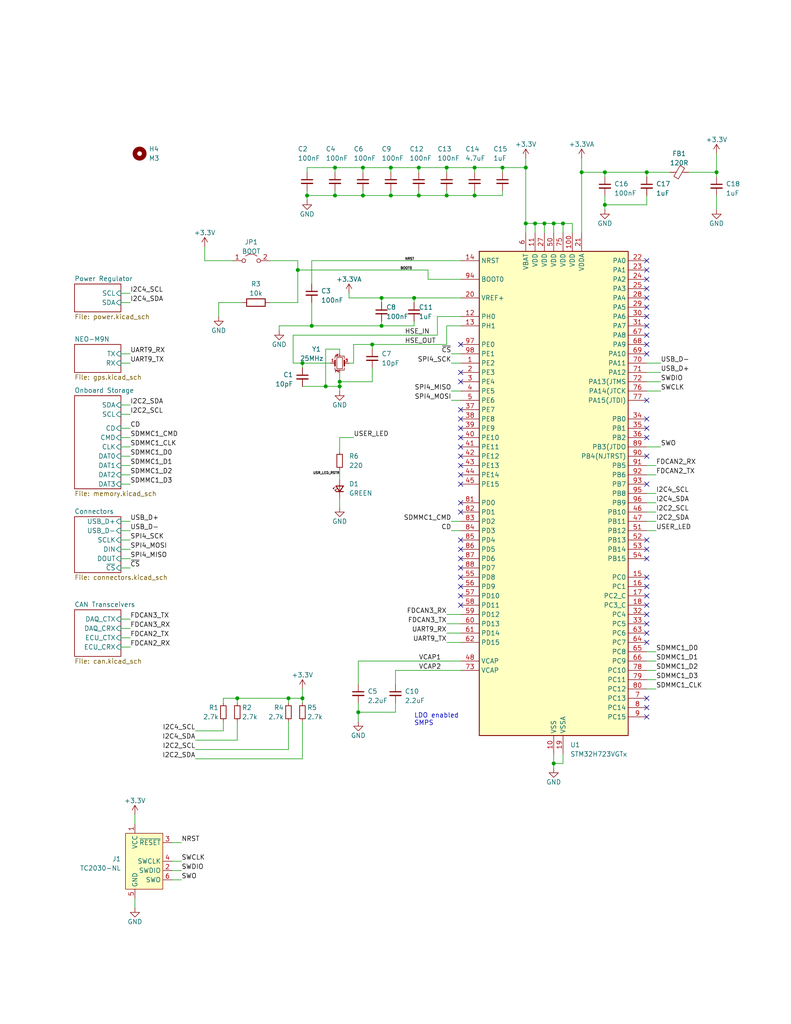
<source format=kicad_sch>
(kicad_sch (version 20231120) (generator "eeschema") (generator_version "8.0")
  (paper "USLetter" portrait)
  (title_block (title "SDM-24 Data Logger") (date "2024-01-20") (rev "v3.1") (company "Sun Devil Motorsports") (comment 1 "STM32H7 microcontroller circuitry"))
  (lib_symbols
    (symbol "Connector:Conn_ARM_SWD_TagConnect_TC2030-NL" (in_bom no)
      (property "Reference" "J" (at 2.54 11.43 0))
      (property "Value" "Conn_ARM_SWD_TagConnect_TC2030-NL" (at 2.54 8.89 0))
      (symbol "Conn_ARM_SWD_TagConnect_TC2030-NL_0_0"
        (pin power_in line (at -2.54 10.16 270) (length 2.54) (name "VCC") (number "1"))
        (pin bidirectional line (at 7.62 -2.54 180) (length 2.54) (name "SWDIO") (number "2"))
        (pin open_collector line (at 7.62 5.08 180) (length 2.54) (name "~{RESET}") (number "3"))
        (pin output line (at 7.62 0 180) (length 2.54) (name "SWCLK") (number "4"))
        (pin power_in line (at -2.54 -10.16 90) (length 2.54) (name "GND") (number "5"))
        (pin input line (at 7.62 -5.08 180) (length 2.54) (name "SWO") (number "6"))
      )
      (symbol "Conn_ARM_SWD_TagConnect_TC2030-NL_0_1"
        (rectangle (start -5.08 7.62) (end 5.08 -7.62) (fill (type background)))
      )
    )
    (symbol "Device:C_Small" (pin_numbers hide) (pin_names (offset 0.254) hide)
      (property "Reference" "C" (at 0.254 1.778 0))
      (property "Value" "C_Small" (at 0.254 -2.032 0))
      (symbol "C_Small_0_1"
        (polyline (pts (xy -1.524 -0.508) (xy 1.524 -0.508)) (stroke (width 0.3302)))
        (polyline (pts (xy -1.524 0.508) (xy 1.524 0.508)) (stroke (width 0.3048)))
      )
      (symbol "C_Small_1_1"
        (pin passive line (at 0 2.54 270) (length 2.032) (name "~") (number "1"))
        (pin passive line (at 0 -2.54 90) (length 2.032) (name "~") (number "2"))
      )
    )
    (symbol "Device:Crystal_GND24_Small" (pin_names (offset 1.016) hide)
      (property "Reference" "Y" (at 1.27 4.445 0))
      (property "Value" "Crystal_GND24_Small" (at 1.27 2.54 0))
      (symbol "Crystal_GND24_Small_0_1"
        (rectangle (start -0.762 -1.524) (end 0.762 1.524))
        (polyline (pts (xy -1.27 -0.762) (xy -1.27 0.762)) (stroke (width 0.381)))
        (polyline (pts (xy 1.27 -0.762) (xy 1.27 0.762)) (stroke (width 0.381)))
        (polyline (pts (xy -1.27 -1.27) (xy -1.27 -1.905) (xy 1.27 -1.905) (xy 1.27 -1.27)))
        (polyline (pts (xy -1.27 1.27) (xy -1.27 1.905) (xy 1.27 1.905) (xy 1.27 1.27)))
      )
      (symbol "Crystal_GND24_Small_1_1"
        (pin passive line (at -2.54 0 0) (length 1.27) (name "1") (number "1"))
        (pin passive line (at 0 -2.54 90) (length 0.635) (name "2") (number "2"))
        (pin passive line (at 2.54 0 180) (length 1.27) (name "3") (number "3"))
        (pin passive line (at 0 2.54 270) (length 0.635) (name "4") (number "4"))
      )
    )
    (symbol "Device:FerriteBead_Small" (pin_numbers hide) (pin_names (offset 0))
      (property "Reference" "FB" (at 1.905 1.27 0))
      (property "Value" "FerriteBead_Small" (at 1.905 -1.27 0))
      (symbol "FerriteBead_Small_0_1"
        (polyline (pts (xy 0 -1.27) (xy 0 -0.7874)))
        (polyline (pts (xy 0 0.889) (xy 0 1.2954)))
        (polyline (pts (xy -1.8288 0.2794) (xy -1.1176 1.4986) (xy 1.8288 -0.2032) (xy 1.1176 -1.4224) (xy -1.8288 0.2794)))
      )
      (symbol "FerriteBead_Small_1_1"
        (pin passive line (at 0 2.54 270) (length 1.27) (name "~") (number "1"))
        (pin passive line (at 0 -2.54 90) (length 1.27) (name "~") (number "2"))
      )
    )
    (symbol "Device:LED_Small" (pin_numbers hide) (pin_names (offset 0.254) hide)
      (property "Reference" "D" (at -1.27 3.175 0))
      (property "Value" "LED_Small" (at -4.445 -2.54 0))
      (symbol "LED_Small_0_1"
        (polyline (pts (xy -0.762 -1.016) (xy -0.762 1.016)) (stroke (width 0.254)))
        (polyline (pts (xy 1.016 0) (xy -0.762 0)))
        (polyline (pts (xy 0.762 -1.016) (xy -0.762 0) (xy 0.762 1.016) (xy 0.762 -1.016)) (stroke (width 0.254)))
        (polyline (pts (xy 0 0.762) (xy -0.508 1.27) (xy -0.254 1.27) (xy -0.508 1.27) (xy -0.508 1.016)))
        (polyline (pts (xy 0.508 1.27) (xy 0 1.778) (xy 0.254 1.778) (xy 0 1.778) (xy 0 1.524)))
      )
      (symbol "LED_Small_1_1"
        (pin passive line (at -2.54 0 0) (length 1.778) (name "K") (number "1"))
        (pin passive line (at 2.54 0 180) (length 1.778) (name "A") (number "2"))
      )
    )
    (symbol "Device:R" (pin_numbers hide) (pin_names (offset 0))
      (property "Reference" "R" (at 2.032 0 90))
      (property "Value" "R" (at 0 0 90))
      (symbol "R_0_1"
        (rectangle (start -1.016 -2.54) (end 1.016 2.54) (stroke (width 0.254)))
      )
      (symbol "R_1_1"
        (pin passive line (at 0 3.81 270) (length 1.27) (name "~") (number "1"))
        (pin passive line (at 0 -3.81 90) (length 1.27) (name "~") (number "2"))
      )
    )
    (symbol "Device:R_Small" (pin_numbers hide) (pin_names (offset 0.254) hide)
      (property "Reference" "R" (at 0.762 0.508 0))
      (property "Value" "R_Small" (at 0.762 -1.016 0))
      (symbol "R_Small_0_1"
        (rectangle (start -0.762 1.778) (end 0.762 -1.778) (stroke (width 0.2032)))
      )
      (symbol "R_Small_1_1"
        (pin passive line (at 0 2.54 270) (length 0.762) (name "~") (number "1"))
        (pin passive line (at 0 -2.54 90) (length 0.762) (name "~") (number "2"))
      )
    )
    (symbol "Jumper:Jumper_2_Open" (pin_names (offset 0) hide)
      (property "Reference" "JP" (at 0 2.794 0))
      (property "Value" "Jumper_2_Open" (at 0 -2.286 0))
      (symbol "Jumper_2_Open_0_0"
        (circle (center -2.032 0) (radius 0.508))
        (circle (center 2.032 0) (radius 0.508))
      )
      (symbol "Jumper_2_Open_0_1"
        (arc (start 1.524 1.27) (mid 0 1.778) (end -1.524 1.27))
      )
      (symbol "Jumper_2_Open_1_1"
        (pin passive line (at -5.08 0 0) (length 2.54) (name "A") (number "1"))
        (pin passive line (at 5.08 0 180) (length 2.54) (name "B") (number "2"))
      )
    )
    (symbol "MCU_ST_STM32H7:STM32H723VGTx"
      (property "Reference" "U" (at -20.32 67.31 0))
      (property "Value" "STM32H723VGTx" (at 10.16 67.31 0))
      (symbol "STM32H723VGTx_0_1"
        (rectangle (start -20.32 -66.04) (end 20.32 66.04) (stroke (width 0.254)) (fill (type background)))
      )
      (symbol "STM32H723VGTx_1_1"
        (pin bidirectional line (at -25.4 35.56 0) (length 5.08) (name "PE2") (number "1"))
        (pin power_in line (at 0 -71.12 90) (length 5.08) (name "VSS") (number "10"))
        (pin power_in line (at 5.08 71.12 270) (length 5.08) (name "VDD") (number "100"))
        (pin power_in line (at -5.08 71.12 270) (length 5.08) (name "VDD") (number "11"))
        (pin bidirectional line (at -25.4 48.26 0) (length 5.08) (name "PH0") (number "12"))
        (pin bidirectional line (at -25.4 45.72 0) (length 5.08) (name "PH1") (number "13"))
        (pin input line (at -25.4 63.5 0) (length 5.08) (name "NRST") (number "14"))
        (pin bidirectional line (at 25.4 -22.86 180) (length 5.08) (name "PC0") (number "15"))
        (pin bidirectional line (at 25.4 -25.4 180) (length 5.08) (name "PC1") (number "16"))
        (pin bidirectional line (at 25.4 -27.94 180) (length 5.08) (name "PC2_C") (number "17"))
        (pin bidirectional line (at 25.4 -30.48 180) (length 5.08) (name "PC3_C") (number "18"))
        (pin power_in line (at 2.54 -71.12 90) (length 5.08) (name "VSSA") (number "19"))
        (pin bidirectional line (at -25.4 33.02 0) (length 5.08) (name "PE3") (number "2"))
        (pin input line (at -25.4 53.34 0) (length 5.08) (name "VREF+") (number "20"))
        (pin power_in line (at 7.62 71.12 270) (length 5.08) (name "VDDA") (number "21"))
        (pin bidirectional line (at 25.4 63.5 180) (length 5.08) (name "PA0") (number "22"))
        (pin bidirectional line (at 25.4 60.96 180) (length 5.08) (name "PA1") (number "23"))
        (pin bidirectional line (at 25.4 58.42 180) (length 5.08) (name "PA2") (number "24"))
        (pin bidirectional line (at 25.4 55.88 180) (length 5.08) (name "PA3") (number "25"))
        (pin passive line (at 0 -71.12 90) (length 5.08) hide (name "VSS") (number "26"))
        (pin power_in line (at -2.54 71.12 270) (length 5.08) (name "VDD") (number "27"))
        (pin bidirectional line (at 25.4 53.34 180) (length 5.08) (name "PA4") (number "28"))
        (pin bidirectional line (at 25.4 50.8 180) (length 5.08) (name "PA5") (number "29"))
        (pin bidirectional line (at -25.4 30.48 0) (length 5.08) (name "PE4") (number "3"))
        (pin bidirectional line (at 25.4 48.26 180) (length 5.08) (name "PA6") (number "30"))
        (pin bidirectional line (at 25.4 45.72 180) (length 5.08) (name "PA7") (number "31"))
        (pin bidirectional line (at 25.4 -33.02 180) (length 5.08) (name "PC4") (number "32"))
        (pin bidirectional line (at 25.4 -35.56 180) (length 5.08) (name "PC5") (number "33"))
        (pin bidirectional line (at 25.4 20.32 180) (length 5.08) (name "PB0") (number "34"))
        (pin bidirectional line (at 25.4 17.78 180) (length 5.08) (name "PB1") (number "35"))
        (pin bidirectional line (at 25.4 15.24 180) (length 5.08) (name "PB2") (number "36"))
        (pin bidirectional line (at -25.4 22.86 0) (length 5.08) (name "PE7") (number "37"))
        (pin bidirectional line (at -25.4 20.32 0) (length 5.08) (name "PE8") (number "38"))
        (pin bidirectional line (at -25.4 17.78 0) (length 5.08) (name "PE9") (number "39"))
        (pin bidirectional line (at -25.4 27.94 0) (length 5.08) (name "PE5") (number "4"))
        (pin bidirectional line (at -25.4 15.24 0) (length 5.08) (name "PE10") (number "40"))
        (pin bidirectional line (at -25.4 12.7 0) (length 5.08) (name "PE11") (number "41"))
        (pin bidirectional line (at -25.4 10.16 0) (length 5.08) (name "PE12") (number "42"))
        (pin bidirectional line (at -25.4 7.62 0) (length 5.08) (name "PE13") (number "43"))
        (pin bidirectional line (at -25.4 5.08 0) (length 5.08) (name "PE14") (number "44"))
        (pin bidirectional line (at -25.4 2.54 0) (length 5.08) (name "PE15") (number "45"))
        (pin bidirectional line (at 25.4 -5.08 180) (length 5.08) (name "PB10") (number "46"))
        (pin bidirectional line (at 25.4 -7.62 180) (length 5.08) (name "PB11") (number "47"))
        (pin power_out line (at -25.4 -45.72 0) (length 5.08) (name "VCAP") (number "48"))
        (pin passive line (at 0 -71.12 90) (length 5.08) hide (name "VSS") (number "49"))
        (pin bidirectional line (at -25.4 25.4 0) (length 5.08) (name "PE6") (number "5"))
        (pin power_in line (at 0 71.12 270) (length 5.08) (name "VDD") (number "50"))
        (pin bidirectional line (at 25.4 -10.16 180) (length 5.08) (name "PB12") (number "51"))
        (pin bidirectional line (at 25.4 -12.7 180) (length 5.08) (name "PB13") (number "52"))
        (pin bidirectional line (at 25.4 -15.24 180) (length 5.08) (name "PB14") (number "53"))
        (pin bidirectional line (at 25.4 -17.78 180) (length 5.08) (name "PB15") (number "54"))
        (pin bidirectional line (at -25.4 -22.86 0) (length 5.08) (name "PD8") (number "55"))
        (pin bidirectional line (at -25.4 -25.4 0) (length 5.08) (name "PD9") (number "56"))
        (pin bidirectional line (at -25.4 -27.94 0) (length 5.08) (name "PD10") (number "57"))
        (pin bidirectional line (at -25.4 -30.48 0) (length 5.08) (name "PD11") (number "58"))
        (pin bidirectional line (at -25.4 -33.02 0) (length 5.08) (name "PD12") (number "59"))
        (pin power_in line (at -7.62 71.12 270) (length 5.08) (name "VBAT") (number "6"))
        (pin bidirectional line (at -25.4 -35.56 0) (length 5.08) (name "PD13") (number "60"))
        (pin bidirectional line (at -25.4 -38.1 0) (length 5.08) (name "PD14") (number "61"))
        (pin bidirectional line (at -25.4 -40.64 0) (length 5.08) (name "PD15") (number "62"))
        (pin bidirectional line (at 25.4 -38.1 180) (length 5.08) (name "PC6") (number "63"))
        (pin bidirectional line (at 25.4 -40.64 180) (length 5.08) (name "PC7") (number "64"))
        (pin bidirectional line (at 25.4 -43.18 180) (length 5.08) (name "PC8") (number "65"))
        (pin bidirectional line (at 25.4 -45.72 180) (length 5.08) (name "PC9") (number "66"))
        (pin bidirectional line (at 25.4 43.18 180) (length 5.08) (name "PA8") (number "67"))
        (pin bidirectional line (at 25.4 40.64 180) (length 5.08) (name "PA9") (number "68"))
        (pin bidirectional line (at 25.4 38.1 180) (length 5.08) (name "PA10") (number "69"))
        (pin bidirectional line (at 25.4 -55.88 180) (length 5.08) (name "PC13") (number "7"))
        (pin bidirectional line (at 25.4 35.56 180) (length 5.08) (name "PA11") (number "70"))
        (pin bidirectional line (at 25.4 33.02 180) (length 5.08) (name "PA12") (number "71"))
        (pin bidirectional line (at 25.4 30.48 180) (length 5.08) (name "PA13(JTMS") (number "72"))
        (pin power_out line (at -25.4 -48.26 0) (length 5.08) (name "VCAP") (number "73"))
        (pin passive line (at 0 -71.12 90) (length 5.08) hide (name "VSS") (number "74"))
        (pin power_in line (at 2.54 71.12 270) (length 5.08) (name "VDD") (number "75"))
        (pin bidirectional line (at 25.4 27.94 180) (length 5.08) (name "PA14(JTCK") (number "76"))
        (pin bidirectional line (at 25.4 25.4 180) (length 5.08) (name "PA15(JTDI)") (number "77"))
        (pin bidirectional line (at 25.4 -48.26 180) (length 5.08) (name "PC10") (number "78"))
        (pin bidirectional line (at 25.4 -50.8 180) (length 5.08) (name "PC11") (number "79"))
        (pin bidirectional line (at 25.4 -58.42 180) (length 5.08) (name "PC14") (number "8"))
        (pin bidirectional line (at 25.4 -53.34 180) (length 5.08) (name "PC12") (number "80"))
        (pin bidirectional line (at -25.4 -2.54 0) (length 5.08) (name "PD0") (number "81"))
        (pin bidirectional line (at -25.4 -5.08 0) (length 5.08) (name "PD1") (number "82"))
        (pin bidirectional line (at -25.4 -7.62 0) (length 5.08) (name "PD2") (number "83"))
        (pin bidirectional line (at -25.4 -10.16 0) (length 5.08) (name "PD3") (number "84"))
        (pin bidirectional line (at -25.4 -12.7 0) (length 5.08) (name "PD4") (number "85"))
        (pin bidirectional line (at -25.4 -15.24 0) (length 5.08) (name "PD5") (number "86"))
        (pin bidirectional line (at -25.4 -17.78 0) (length 5.08) (name "PD6") (number "87"))
        (pin bidirectional line (at -25.4 -20.32 0) (length 5.08) (name "PD7") (number "88"))
        (pin bidirectional line (at 25.4 12.7 180) (length 5.08) (name "PB3(JTDO") (number "89"))
        (pin bidirectional line (at 25.4 -60.96 180) (length 5.08) (name "PC15") (number "9"))
        (pin bidirectional line (at 25.4 10.16 180) (length 5.08) (name "PB4(NJTRST)") (number "90"))
        (pin bidirectional line (at 25.4 7.62 180) (length 5.08) (name "PB5") (number "91"))
        (pin bidirectional line (at 25.4 5.08 180) (length 5.08) (name "PB6") (number "92"))
        (pin bidirectional line (at 25.4 2.54 180) (length 5.08) (name "PB7") (number "93"))
        (pin input line (at -25.4 58.42 0) (length 5.08) (name "BOOT0") (number "94"))
        (pin bidirectional line (at 25.4 0 180) (length 5.08) (name "PB8") (number "95"))
        (pin bidirectional line (at 25.4 -2.54 180) (length 5.08) (name "PB9") (number "96"))
        (pin bidirectional line (at -25.4 40.64 0) (length 5.08) (name "PE0") (number "97"))
        (pin bidirectional line (at -25.4 38.1 0) (length 5.08) (name "PE1") (number "98"))
        (pin passive line (at 0 -71.12 90) (length 5.08) hide (name "VSS") (number "99"))
      )
    )
    (symbol "Mechanical:MountingHole" (pin_names (offset 1.016))
      (property "Reference" "H" (at 0 5.08 0))
      (property "Value" "MountingHole" (at 0 3.175 0))
      (symbol "MountingHole_0_1"
        (circle (center 0 0) (radius 1.27) (stroke (width 1.27)))
      )
    )
    (symbol "power:+3.3V" (power) (pin_names (offset 0))
      (property "Value" "+3.3V" (at 0 3.556 0))
      (symbol "+3.3V_0_1"
        (polyline (pts (xy -0.762 1.27) (xy 0 2.54)))
        (polyline (pts (xy 0 0) (xy 0 2.54)))
        (polyline (pts (xy 0 2.54) (xy 0.762 1.27)))
      )
      (symbol "+3.3V_1_1"
        (pin power_in line (at 0 0 90) (length 0) hide (name "+3.3V") (number "1"))
      )
    )
    (symbol "power:+3.3VA" (power) (pin_names (offset 0))
      (property "Value" "+3.3VA" (at 0 3.556 0))
      (symbol "+3.3VA_0_1"
        (polyline (pts (xy -0.762 1.27) (xy 0 2.54)))
        (polyline (pts (xy 0 0) (xy 0 2.54)))
        (polyline (pts (xy 0 2.54) (xy 0.762 1.27)))
      )
      (symbol "+3.3VA_1_1"
        (pin power_in line (at 0 0 90) (length 0) hide (name "+3.3VA") (number "1"))
      )
    )
    (symbol "power:GND" (power) (pin_names (offset 0))
      (property "Value" "GND" (at 0 -3.81 0))
      (symbol "GND_0_1"
        (polyline (pts (xy 0 0) (xy 0 -1.27) (xy 1.27 -1.27) (xy 0 -2.54) (xy -1.27 -1.27) (xy 0 -1.27)))
      )
      (symbol "GND_1_1"
        (pin power_in line (at 0 0 270) (length 0) hide (name "GND") (number "1"))
      )
    )
  )
  (junction (at 83.82 53.34))
  (junction (at 113.03 81.28))
  (junction (at 85.09 88.9))
  (junction (at 148.59 60.96))
  (junction (at 99.06 53.34))
  (junction (at 104.14 81.28))
  (junction (at 121.92 45.72))
  (junction (at 137.16 45.72))
  (junction (at 88.9 105.41))
  (junction (at 64.77 190.5))
  (junction (at 92.71 105.41))
  (junction (at 78.74 190.5))
  (junction (at 143.51 45.72))
  (junction (at 153.67 60.96))
  (junction (at 101.6 93.98))
  (junction (at 91.44 45.72))
  (junction (at 129.54 45.72))
  (junction (at 81.28 73.66))
  (junction (at 165.1 55.88))
  (junction (at 176.53 46.99))
  (junction (at 99.06 45.72))
  (junction (at 121.92 53.34))
  (junction (at 104.14 88.9))
  (junction (at 151.13 60.96))
  (junction (at 106.68 45.72))
  (junction (at 82.55 99.06))
  (junction (at 129.54 53.34))
  (junction (at 92.71 104.14))
  (junction (at 82.55 190.5))
  (junction (at 143.51 60.96))
  (junction (at 114.3 53.34))
  (junction (at 165.1 46.99))
  (junction (at 97.79 194.31))
  (junction (at 106.68 53.34))
  (junction (at 114.3 45.72))
  (junction (at 146.05 60.96))
  (junction (at 158.75 46.99))
  (junction (at 195.58 46.99))
  (junction (at 151.13 208.28))
  (junction (at 91.44 53.34))
  (no_connect (at 125.73 157.48))
  (no_connect (at 125.73 149.86))
  (no_connect (at 176.53 96.52))
  (no_connect (at 176.53 170.18))
  (no_connect (at 176.53 88.9))
  (no_connect (at 176.53 116.84))
  (no_connect (at 176.53 157.48))
  (no_connect (at 125.73 93.98))
  (no_connect (at 125.73 139.7))
  (no_connect (at 125.73 162.56))
  (no_connect (at 176.53 83.82))
  (no_connect (at 125.73 116.84))
  (no_connect (at 125.73 127))
  (no_connect (at 176.53 147.32))
  (no_connect (at 176.53 81.28))
  (no_connect (at 176.53 71.12))
  (no_connect (at 176.53 152.4))
  (no_connect (at 125.73 160.02))
  (no_connect (at 125.73 129.54))
  (no_connect (at 176.53 190.5))
  (no_connect (at 176.53 193.04))
  (no_connect (at 125.73 111.76))
  (no_connect (at 176.53 195.58))
  (no_connect (at 176.53 86.36))
  (no_connect (at 176.53 160.02))
  (no_connect (at 176.53 132.08))
  (no_connect (at 176.53 91.44))
  (no_connect (at 176.53 172.72))
  (no_connect (at 176.53 73.66))
  (no_connect (at 176.53 78.74))
  (no_connect (at 125.73 147.32))
  (no_connect (at 125.73 165.1))
  (no_connect (at 176.53 76.2))
  (no_connect (at 176.53 167.64))
  (no_connect (at 125.73 104.14))
  (no_connect (at 125.73 152.4))
  (no_connect (at 176.53 149.86))
  (no_connect (at 125.73 154.94))
  (no_connect (at 125.73 101.6))
  (no_connect (at 176.53 93.98))
  (no_connect (at 176.53 162.56))
  (no_connect (at 176.53 119.38))
  (no_connect (at 176.53 109.22))
  (no_connect (at 125.73 132.08))
  (no_connect (at 176.53 114.3))
  (no_connect (at 125.73 119.38))
  (no_connect (at 176.53 124.46))
  (no_connect (at 125.73 124.46))
  (no_connect (at 176.53 165.1))
  (no_connect (at 125.73 137.16))
  (no_connect (at 125.73 114.3))
  (no_connect (at 176.53 175.26))
  (no_connect (at 125.73 121.92))
  (wire (pts (xy 146.05 60.96) (xy 143.51 60.96)))
  (wire (pts (xy 123.19 99.06) (xy 125.73 99.06)))
  (wire (pts (xy 129.54 52.07) (xy 129.54 53.34)))
  (wire (pts (xy 33.02 96.52) (xy 35.56 96.52)))
  (wire (pts (xy 123.19 106.68) (xy 125.73 106.68)))
  (wire (pts (xy 143.51 43.18) (xy 143.51 45.72)))
  (wire (pts (xy 33.02 144.78) (xy 35.56 144.78)))
  (wire (pts (xy 80.01 91.44) (xy 119.38 91.44)))
  (wire (pts (xy 53.34 201.93) (xy 64.77 201.93)))
  (wire (pts (xy 82.55 99.06) (xy 82.55 100.33)))
  (wire (pts (xy 137.16 53.34) (xy 129.54 53.34)))
  (wire (pts (xy 81.28 73.66) (xy 81.28 71.12)))
  (wire (pts (xy 91.44 45.72) (xy 99.06 45.72)))
  (wire (pts (xy 129.54 46.99) (xy 129.54 45.72)))
  (wire (pts (xy 97.79 180.34) (xy 125.73 180.34)))
  (wire (pts (xy 176.53 129.54) (xy 179.07 129.54)))
  (wire (pts (xy 101.6 93.98) (xy 121.92 93.98)))
  (wire (pts (xy 176.53 106.68) (xy 180.34 106.68)))
  (wire (pts (xy 187.96 46.99) (xy 195.58 46.99)))
  (wire (pts (xy 153.67 60.96) (xy 151.13 60.96)))
  (wire (pts (xy 33.02 119.38) (xy 35.56 119.38)))
  (wire (pts (xy 95.25 81.28) (xy 104.14 81.28)))
  (wire (pts (xy 176.53 99.06) (xy 180.34 99.06)))
  (wire (pts (xy 116.84 76.2) (xy 116.84 73.66)))
  (wire (pts (xy 36.83 245.11) (xy 36.83 247.65)))
  (wire (pts (xy 33.02 127) (xy 35.56 127)))
  (wire (pts (xy 33.02 171.45) (xy 35.56 171.45)))
  (wire (pts (xy 83.82 52.07) (xy 83.82 53.34)))
  (wire (pts (xy 104.14 81.28) (xy 104.14 82.55)))
  (wire (pts (xy 114.3 45.72) (xy 121.92 45.72)))
  (wire (pts (xy 176.53 53.34) (xy 176.53 55.88)))
  (wire (pts (xy 59.69 82.55) (xy 59.69 86.36)))
  (wire (pts (xy 46.99 234.95) (xy 49.53 234.95)))
  (wire (pts (xy 106.68 45.72) (xy 114.3 45.72)))
  (wire (pts (xy 46.99 229.87) (xy 49.53 229.87)))
  (wire (pts (xy 91.44 52.07) (xy 91.44 53.34)))
  (wire (pts (xy 97.79 191.77) (xy 97.79 194.31)))
  (wire (pts (xy 33.02 176.53) (xy 35.56 176.53)))
  (wire (pts (xy 101.6 104.14) (xy 92.71 104.14)))
  (wire (pts (xy 96.52 93.98) (xy 101.6 93.98)))
  (wire (pts (xy 36.83 222.25) (xy 36.83 224.79)))
  (wire (pts (xy 33.02 82.55) (xy 35.56 82.55)))
  (wire (pts (xy 165.1 48.26) (xy 165.1 46.99)))
  (wire (pts (xy 125.73 88.9) (xy 121.92 88.9)))
  (wire (pts (xy 33.02 99.06) (xy 35.56 99.06)))
  (wire (pts (xy 156.21 63.5) (xy 156.21 60.96)))
  (wire (pts (xy 91.44 53.34) (xy 99.06 53.34)))
  (wire (pts (xy 81.28 82.55) (xy 73.66 82.55)))
  (wire (pts (xy 97.79 186.69) (xy 97.79 180.34)))
  (wire (pts (xy 80.01 99.06) (xy 82.55 99.06)))
  (wire (pts (xy 33.02 173.99) (xy 35.56 173.99)))
  (wire (pts (xy 92.71 119.38) (xy 96.52 119.38)))
  (wire (pts (xy 99.06 45.72) (xy 106.68 45.72)))
  (wire (pts (xy 82.55 207.01) (xy 53.34 207.01)))
  (wire (pts (xy 151.13 63.5) (xy 151.13 60.96)))
  (wire (pts (xy 165.1 46.99) (xy 158.75 46.99)))
  (wire (pts (xy 101.6 93.98) (xy 101.6 95.25)))
  (wire (pts (xy 59.69 82.55) (xy 66.04 82.55)))
  (wire (pts (xy 176.53 180.34) (xy 179.07 180.34)))
  (wire (pts (xy 64.77 201.93) (xy 64.77 196.85)))
  (wire (pts (xy 113.03 88.9) (xy 104.14 88.9)))
  (wire (pts (xy 92.71 104.14) (xy 92.71 105.41)))
  (wire (pts (xy 125.73 182.88) (xy 107.95 182.88)))
  (wire (pts (xy 53.34 204.47) (xy 78.74 204.47)))
  (wire (pts (xy 114.3 46.99) (xy 114.3 45.72)))
  (wire (pts (xy 85.09 71.12) (xy 85.09 77.47)))
  (wire (pts (xy 33.02 132.08) (xy 35.56 132.08)))
  (wire (pts (xy 85.09 71.12) (xy 125.73 71.12)))
  (wire (pts (xy 33.02 116.84) (xy 35.56 116.84)))
  (wire (pts (xy 95.25 81.28) (xy 95.25 80.01)))
  (wire (pts (xy 92.71 135.89) (xy 92.71 138.43)))
  (wire (pts (xy 121.92 53.34) (xy 114.3 53.34)))
  (wire (pts (xy 80.01 91.44) (xy 80.01 99.06)))
  (wire (pts (xy 121.92 172.72) (xy 125.73 172.72)))
  (wire (pts (xy 106.68 46.99) (xy 106.68 45.72)))
  (wire (pts (xy 143.51 60.96) (xy 143.51 63.5)))
  (wire (pts (xy 113.03 81.28) (xy 113.03 82.55)))
  (wire (pts (xy 176.53 134.62) (xy 179.07 134.62)))
  (wire (pts (xy 123.19 144.78) (xy 125.73 144.78)))
  (wire (pts (xy 121.92 53.34) (xy 129.54 53.34)))
  (wire (pts (xy 104.14 87.63) (xy 104.14 88.9)))
  (wire (pts (xy 96.52 99.06) (xy 96.52 93.98)))
  (wire (pts (xy 92.71 101.6) (xy 92.71 104.14)))
  (wire (pts (xy 64.77 191.77) (xy 64.77 190.5)))
  (wire (pts (xy 176.53 48.26) (xy 176.53 46.99)))
  (wire (pts (xy 55.88 71.12) (xy 63.5 71.12)))
  (wire (pts (xy 153.67 63.5) (xy 153.67 60.96)))
  (wire (pts (xy 60.96 190.5) (xy 64.77 190.5)))
  (wire (pts (xy 176.53 55.88) (xy 165.1 55.88)))
  (wire (pts (xy 92.71 128.27) (xy 92.71 130.81)))
  (wire (pts (xy 176.53 101.6) (xy 180.34 101.6)))
  (wire (pts (xy 64.77 190.5) (xy 78.74 190.5)))
  (wire (pts (xy 121.92 46.99) (xy 121.92 45.72)))
  (wire (pts (xy 123.19 109.22) (xy 125.73 109.22)))
  (wire (pts (xy 92.71 105.41) (xy 92.71 106.68)))
  (wire (pts (xy 113.03 81.28) (xy 125.73 81.28)))
  (wire (pts (xy 97.79 194.31) (xy 97.79 196.85)))
  (wire (pts (xy 158.75 46.99) (xy 158.75 63.5)))
  (wire (pts (xy 33.02 168.91) (xy 35.56 168.91)))
  (wire (pts (xy 119.38 86.36) (xy 119.38 91.44)))
  (wire (pts (xy 82.55 196.85) (xy 82.55 207.01)))
  (wire (pts (xy 88.9 105.41) (xy 92.71 105.41)))
  (wire (pts (xy 114.3 53.34) (xy 106.68 53.34)))
  (wire (pts (xy 107.95 191.77) (xy 107.95 194.31)))
  (wire (pts (xy 176.53 142.24) (xy 179.07 142.24)))
  (wire (pts (xy 83.82 45.72) (xy 91.44 45.72)))
  (wire (pts (xy 165.1 46.99) (xy 176.53 46.99)))
  (wire (pts (xy 165.1 53.34) (xy 165.1 55.88)))
  (wire (pts (xy 82.55 187.96) (xy 82.55 190.5)))
  (wire (pts (xy 33.02 110.49) (xy 35.56 110.49)))
  (wire (pts (xy 176.53 104.14) (xy 180.34 104.14)))
  (wire (pts (xy 95.25 99.06) (xy 96.52 99.06)))
  (wire (pts (xy 81.28 71.12) (xy 73.66 71.12)))
  (wire (pts (xy 76.2 88.9) (xy 85.09 88.9)))
  (wire (pts (xy 81.28 73.66) (xy 116.84 73.66)))
  (wire (pts (xy 83.82 46.99) (xy 83.82 45.72)))
  (wire (pts (xy 158.75 43.18) (xy 158.75 46.99)))
  (wire (pts (xy 176.53 182.88) (xy 179.07 182.88)))
  (wire (pts (xy 176.53 121.92) (xy 180.34 121.92)))
  (wire (pts (xy 195.58 41.91) (xy 195.58 46.99)))
  (wire (pts (xy 121.92 45.72) (xy 129.54 45.72)))
  (wire (pts (xy 107.95 194.31) (xy 97.79 194.31)))
  (wire (pts (xy 121.92 170.18) (xy 125.73 170.18)))
  (wire (pts (xy 33.02 154.94) (xy 35.56 154.94)))
  (wire (pts (xy 165.1 55.88) (xy 165.1 57.15)))
  (wire (pts (xy 55.88 71.12) (xy 55.88 67.31)))
  (wire (pts (xy 123.19 96.52) (xy 125.73 96.52)))
  (wire (pts (xy 33.02 147.32) (xy 35.56 147.32)))
  (wire (pts (xy 33.02 124.46) (xy 35.56 124.46)))
  (wire (pts (xy 33.02 113.03) (xy 35.56 113.03)))
  (wire (pts (xy 123.19 142.24) (xy 125.73 142.24)))
  (wire (pts (xy 195.58 53.34) (xy 195.58 57.15)))
  (wire (pts (xy 151.13 205.74) (xy 151.13 208.28)))
  (wire (pts (xy 92.71 95.25) (xy 88.9 95.25)))
  (wire (pts (xy 156.21 60.96) (xy 153.67 60.96)))
  (wire (pts (xy 46.99 237.49) (xy 49.53 237.49)))
  (wire (pts (xy 176.53 144.78) (xy 179.07 144.78)))
  (wire (pts (xy 101.6 100.33) (xy 101.6 104.14)))
  (wire (pts (xy 125.73 86.36) (xy 119.38 86.36)))
  (wire (pts (xy 176.53 46.99) (xy 182.88 46.99)))
  (wire (pts (xy 137.16 52.07) (xy 137.16 53.34)))
  (wire (pts (xy 148.59 60.96) (xy 146.05 60.96)))
  (wire (pts (xy 176.53 139.7) (xy 179.07 139.7)))
  (wire (pts (xy 146.05 63.5) (xy 146.05 60.96)))
  (wire (pts (xy 60.96 191.77) (xy 60.96 190.5)))
  (wire (pts (xy 83.82 53.34) (xy 91.44 53.34)))
  (wire (pts (xy 176.53 127) (xy 179.07 127)))
  (wire (pts (xy 151.13 60.96) (xy 148.59 60.96)))
  (wire (pts (xy 33.02 149.86) (xy 35.56 149.86)))
  (wire (pts (xy 121.92 88.9) (xy 121.92 93.98)))
  (wire (pts (xy 53.34 199.39) (xy 60.96 199.39)))
  (wire (pts (xy 114.3 52.07) (xy 114.3 53.34)))
  (wire (pts (xy 151.13 208.28) (xy 151.13 209.55)))
  (wire (pts (xy 176.53 177.8) (xy 179.07 177.8)))
  (wire (pts (xy 78.74 190.5) (xy 82.55 190.5)))
  (wire (pts (xy 104.14 81.28) (xy 113.03 81.28)))
  (wire (pts (xy 116.84 76.2) (xy 125.73 76.2)))
  (wire (pts (xy 78.74 196.85) (xy 78.74 204.47)))
  (wire (pts (xy 129.54 45.72) (xy 137.16 45.72)))
  (wire (pts (xy 121.92 52.07) (xy 121.92 53.34)))
  (wire (pts (xy 113.03 87.63) (xy 113.03 88.9)))
  (wire (pts (xy 153.67 205.74) (xy 153.67 208.28)))
  (wire (pts (xy 176.53 185.42) (xy 179.07 185.42)))
  (wire (pts (xy 76.2 88.9) (xy 76.2 90.17)))
  (wire (pts (xy 195.58 46.99) (xy 195.58 48.26)))
  (wire (pts (xy 33.02 129.54) (xy 35.56 129.54)))
  (wire (pts (xy 81.28 73.66) (xy 81.28 82.55)))
  (wire (pts (xy 176.53 137.16) (xy 179.07 137.16)))
  (wire (pts (xy 60.96 199.39) (xy 60.96 196.85)))
  (wire (pts (xy 92.71 123.19) (xy 92.71 119.38)))
  (wire (pts (xy 153.67 208.28) (xy 151.13 208.28)))
  (wire (pts (xy 33.02 142.24) (xy 35.56 142.24)))
  (wire (pts (xy 107.95 182.88) (xy 107.95 186.69)))
  (wire (pts (xy 33.02 80.01) (xy 35.56 80.01)))
  (wire (pts (xy 78.74 191.77) (xy 78.74 190.5)))
  (wire (pts (xy 99.06 53.34) (xy 106.68 53.34)))
  (wire (pts (xy 88.9 95.25) (xy 88.9 105.41)))
  (wire (pts (xy 85.09 88.9) (xy 104.14 88.9)))
  (wire (pts (xy 137.16 45.72) (xy 137.16 46.99)))
  (wire (pts (xy 82.55 99.06) (xy 90.17 99.06)))
  (wire (pts (xy 137.16 45.72) (xy 143.51 45.72)))
  (wire (pts (xy 91.44 46.99) (xy 91.44 45.72)))
  (wire (pts (xy 121.92 167.64) (xy 125.73 167.64)))
  (wire (pts (xy 92.71 96.52) (xy 92.71 95.25)))
  (wire (pts (xy 99.06 52.07) (xy 99.06 53.34)))
  (wire (pts (xy 121.92 175.26) (xy 125.73 175.26)))
  (wire (pts (xy 148.59 63.5) (xy 148.59 60.96)))
  (wire (pts (xy 143.51 45.72) (xy 143.51 60.96)))
  (wire (pts (xy 176.53 187.96) (xy 179.07 187.96)))
  (wire (pts (xy 83.82 53.34) (xy 83.82 54.61)))
  (wire (pts (xy 106.68 52.07) (xy 106.68 53.34)))
  (wire (pts (xy 46.99 240.03) (xy 49.53 240.03)))
  (wire (pts (xy 99.06 46.99) (xy 99.06 45.72)))
  (wire (pts (xy 82.55 105.41) (xy 88.9 105.41)))
  (wire (pts (xy 33.02 152.4) (xy 35.56 152.4)))
  (wire (pts (xy 85.09 88.9) (xy 85.09 82.55)))
  (wire (pts (xy 33.02 121.92) (xy 35.56 121.92)))
  (wire (pts (xy 82.55 190.5) (xy 82.55 191.77)))
  (text "LDO enabled\nSMPS" (at 113.03 198.12 0) (effects (font (size 1.27 1.27)) (justify left bottom)))
  (label "USER_LED" (at 96.52 119.38 0))
  (label "SPI4_MOSI" (at 123.19 109.22 180))
  (label "SPI4_MOSI" (at 35.56 149.86 0))
  (label "SWCLK" (at 49.53 234.95 0))
  (label "SPI4_SCK" (at 123.19 99.06 180))
  (label "FDCAN2_RX" (at 179.07 127 0))
  (label "SDMMC1_D2" (at 179.07 182.88 0))
  (label "CD" (at 35.56 116.84 0))
  (label "BOOT0" (at 109.22 73.66 0) (effects (font (size 0.65 0.65))))
  (label "FDCAN2_TX" (at 35.56 173.99 0))
  (label "SDMMC1_D3" (at 35.56 132.08 0))
  (label "I2C2_SCL" (at 35.56 113.03 0))
  (label "USB_D+" (at 35.56 142.24 0))
  (label "SDMMC1_CLK" (at 35.56 121.92 0))
  (label "FDCAN2_RX" (at 35.56 176.53 0))
  (label "SWO" (at 49.53 240.03 0))
  (label "SDMMC1_D2" (at 35.56 129.54 0))
  (label "SDMMC1_D0" (at 179.07 177.8 0))
  (label "SDMMC1_CMD" (at 123.19 142.24 180))
  (label "I2C2_SCL" (at 53.34 204.47 180))
  (label "USER_LED" (at 179.07 144.78 0))
  (label "SPI4_MISO" (at 35.56 152.4 0))
  (label "HSE_OUT" (at 110.49 93.98 0))
  (label "FDCAN3_TX" (at 121.92 170.18 180))
  (label "I2C4_SCL" (at 179.07 134.62 0))
  (label "I2C2_SDA" (at 53.34 207.01 180))
  (label "SPI4_MISO" (at 123.19 106.68 180))
  (label "FDCAN3_RX" (at 121.92 167.64 180))
  (label "SDMMC1_D1" (at 179.07 180.34 0))
  (label "CD" (at 123.19 144.78 180))
  (label "I2C4_SCL" (at 53.34 199.39 180))
  (label "I2C2_SDA" (at 35.56 110.49 0))
  (label "SDMMC1_D1" (at 35.56 127 0))
  (label "FDCAN3_RX" (at 35.56 171.45 0))
  (label "UART9_RX" (at 35.56 96.52 0))
  (label "~{CS}" (at 35.56 154.94 0))
  (label "I2C4_SDA" (at 53.34 201.93 180))
  (label "SWDIO" (at 180.34 104.14 0))
  (label "I2C2_SCL" (at 179.07 139.7 0))
  (label "USB_D+" (at 180.34 101.6 0))
  (label "USR_LED_RSTR" (at 92.71 129.54 180) (effects (font (size 0.65 0.65))))
  (label "SWO" (at 180.34 121.92 0))
  (label "~{CS}" (at 123.19 96.52 180))
  (label "USB_D-" (at 35.56 144.78 0))
  (label "VCAP2" (at 114.3 182.88 0))
  (label "UART9_TX" (at 35.56 99.06 0))
  (label "I2C4_SDA" (at 35.56 82.55 0))
  (label "USB_D-" (at 180.34 99.06 0))
  (label "I2C4_SDA" (at 179.07 137.16 0))
  (label "I2C2_SDA" (at 179.07 142.24 0))
  (label "NRST" (at 110.49 71.12 0) (effects (font (size 0.65 0.65))))
  (label "SPI4_SCK" (at 35.56 147.32 0))
  (label "FDCAN3_TX" (at 35.56 168.91 0))
  (label "I2C4_SCL" (at 35.56 80.01 0))
  (label "SWCLK" (at 180.34 106.68 0))
  (label "HSE_IN" (at 110.49 91.44 0))
  (label "VCAP1" (at 114.3 180.34 0))
  (label "SDMMC1_CLK" (at 179.07 187.96 0))
  (label "NRST" (at 49.53 229.87 0))
  (label "SWDIO" (at 49.53 237.49 0))
  (label "UART9_RX" (at 121.92 172.72 180))
  (label "FDCAN2_TX" (at 179.07 129.54 0))
  (label "SDMMC1_D3" (at 179.07 185.42 0))
  (label "SDMMC1_CMD" (at 35.56 119.38 0))
  (label "SDMMC1_D0" (at 35.56 124.46 0))
  (label "UART9_TX" (at 121.92 175.26 180))
  (symbol (lib_id "power:+3.3V") (at 195.58 41.91 0) (unit 1)
    (property "Reference" "#PWR015" (effects (hide yes)))
    (property "Value" "+3.3V" (at 195.58 38.1 0))
  )
  (symbol (lib_id "power:GND") (at 97.79 196.85 0) (unit 1)
    (property "Reference" "#PWR010" (effects (hide yes)))
    (property "Value" "GND" (at 97.79 200.66 0))
  )
  (symbol (lib_id "Device:C_Small") (at 114.3 49.53 0) (unit 1)
    (property "Reference" "C12" (at 111.76 40.64 0) (effects (justify left)))
    (property "Value" "100nF" (at 111.76 43.18 0) (effects (justify left)))
    (property "Footprint" "Capacitor_SMD:C_0402_1005Metric" (effects (hide yes)))
  )
  (symbol (lib_id "power:GND") (at 151.13 209.55 0) (unit 1)
    (property "Reference" "#PWR012" (effects (hide yes)))
    (property "Value" "GND" (at 151.13 213.36 0))
  )
  (symbol (lib_id "Device:C_Small") (at 113.03 85.09 0) (unit 1)
    (property "Reference" "C11" (at 114.3 83.82 0) (effects (justify left)))
    (property "Value" "1uF" (at 114.3 86.36 0) (effects (justify left)))
    (property "Footprint" "Capacitor_SMD:C_0603_1608Metric" (effects (hide yes)))
  )
  (symbol (lib_id "Device:C_Small") (at 121.92 49.53 0) (unit 1)
    (property "Reference" "C13" (at 119.38 40.64 0) (effects (justify left)))
    (property "Value" "100nF" (at 119.38 43.18 0) (effects (justify left)))
    (property "Footprint" "Capacitor_SMD:C_0402_1005Metric" (effects (hide yes)))
  )
  (symbol (lib_id "Device:C_Small") (at 107.95 189.23 0) (unit 1)
    (property "Reference" "C10" (at 110.49 188.6013 0) (effects (justify left)))
    (property "Value" "2.2uF" (at 110.49 191.1413 0) (effects (justify left)))
    (property "Footprint" "Capacitor_SMD:C_0603_1608Metric" (effects (hide yes)))
  )
  (symbol (lib_id "power:GND") (at 92.71 106.68 0) (unit 1)
    (property "Reference" "#PWR07" (effects (hide yes)))
    (property "Value" "GND" (at 92.71 110.49 0))
  )
  (symbol (lib_id "Device:Crystal_GND24_Small") (at 92.71 99.06 0) (unit 1)
    (property "Reference" "Y1" (at 86.36 95.25 0))
    (property "Value" "25MHz" (at 85.09 97.79 0))
    (property "Footprint" "Crystal:Crystal_SMD_2016-4Pin_2.0x1.6mm" (effects (hide yes)))
  )
  (symbol (lib_id "Device:FerriteBead_Small") (at 185.42 46.99 90) (unit 1)
    (property "Reference" "FB1" (at 185.3819 41.91 90))
    (property "Value" "120R" (at 185.3819 44.45 90))
    (property "Footprint" "Inductor_SMD:L_0603_1608Metric" (effects (hide yes)))
  )
  (symbol (lib_id "Device:C_Small") (at 99.06 49.53 0) (unit 1)
    (property "Reference" "C6" (at 96.52 40.64 0) (effects (justify left)))
    (property "Value" "100nF" (at 96.52 43.18 0) (effects (justify left)))
    (property "Footprint" "Capacitor_SMD:C_0402_1005Metric" (effects (hide yes)))
  )
  (symbol (lib_id "Device:R_Small") (at 82.55 194.31 0) (unit 1)
    (property "Reference" "R5" (at 83.82 193.04 0) (effects (justify left)))
    (property "Value" "2.7k" (at 83.82 195.58 0) (effects (justify left)))
    (property "Footprint" "Resistor_SMD:R_0603_1608Metric" (effects (hide yes)))
  )
  (symbol (lib_id "Device:C_Small") (at 106.68 49.53 0) (unit 1)
    (property "Reference" "C9" (at 104.14 40.64 0) (effects (justify left)))
    (property "Value" "100nF" (at 104.14 43.18 0) (effects (justify left)))
    (property "Footprint" "Capacitor_SMD:C_0402_1005Metric" (effects (hide yes)))
  )
  (symbol (lib_id "Device:C_Small") (at 104.14 85.09 0) (unit 1)
    (property "Reference" "C8" (at 105.41 83.82 0) (effects (justify left)))
    (property "Value" "100nF" (at 105.41 86.36 0) (effects (justify left)))
    (property "Footprint" "Capacitor_SMD:C_0402_1005Metric" (effects (hide yes)))
  )
  (symbol (lib_id "Device:C_Small") (at 195.58 50.8 0) (unit 1)
    (property "Reference" "C18" (at 198.12 50.1713 0) (effects (justify left)))
    (property "Value" "1uF" (at 198.12 52.7113 0) (effects (justify left)))
    (property "Footprint" "Capacitor_SMD:C_0603_1608Metric" (effects (hide yes)))
  )
  (symbol (lib_id "Jumper:Jumper_2_Open") (at 68.58 71.12 0) (unit 1)
    (property "Reference" "JP1" (at 68.58 66.04 0))
    (property "Value" "BOOT" (at 68.58 68.58 0))
    (property "Footprint" "Connector_PinHeader_2.54mm:PinHeader_1x02_P2.54mm_Vertical" (effects (hide yes)))
  )
  (symbol (lib_id "Device:C_Small") (at 97.79 189.23 0) (unit 1)
    (property "Reference" "C5" (at 100.33 188.6013 0) (effects (justify left)))
    (property "Value" "2.2uF" (at 100.33 191.1413 0) (effects (justify left)))
    (property "Footprint" "Capacitor_SMD:C_0603_1608Metric" (effects (hide yes)))
  )
  (symbol (lib_id "power:GND") (at 165.1 57.15 0) (unit 1)
    (property "Reference" "#PWR014" (effects (hide yes)))
    (property "Value" "GND" (at 165.1 60.96 0))
  )
  (symbol (lib_id "Device:C_Small") (at 137.16 49.53 0) (unit 1)
    (property "Reference" "C15" (at 134.62 40.64 0) (effects (justify left)))
    (property "Value" "1uF" (at 134.62 43.18 0) (effects (justify left)))
    (property "Footprint" "Capacitor_SMD:C_0603_1608Metric" (effects (hide yes)))
  )
  (symbol (lib_id "power:GND") (at 36.83 247.65 0) (unit 1)
    (property "Reference" "#PWR01" (effects (hide yes)))
    (property "Value" "GND" (at 36.83 251.46 0))
  )
  (symbol (lib_id "Device:LED_Small") (at 92.71 133.35 90) (unit 1)
    (property "Reference" "D1" (at 95.25 132.0165 90) (effects (justify right)))
    (property "Value" "GREEN" (at 95.25 134.5565 90) (effects (justify right)))
    (property "Footprint" "Library:SSF-LXH100LGD" (effects (hide yes)))
  )
  (symbol (lib_id "power:GND") (at 195.58 57.15 0) (unit 1)
    (property "Reference" "#PWR016" (effects (hide yes)))
    (property "Value" "GND" (at 195.58 60.96 0))
  )
  (symbol (lib_id "Device:R_Small") (at 64.77 194.31 0) (unit 1)
    (property "Reference" "R2" (at 66.04 193.04 0) (effects (justify left)))
    (property "Value" "2.7k" (at 66.04 195.58 0) (effects (justify left)))
    (property "Footprint" "Resistor_SMD:R_0603_1608Metric" (effects (hide yes)))
  )
  (symbol (lib_id "Device:C_Small") (at 165.1 50.8 0) (unit 1)
    (property "Reference" "C16" (at 167.64 50.1713 0) (effects (justify left)))
    (property "Value" "100nF" (at 167.64 52.7113 0) (effects (justify left)))
    (property "Footprint" "Capacitor_SMD:C_0402_1005Metric" (effects (hide yes)))
  )
  (symbol (lib_id "power:+3.3V") (at 55.88 67.31 0) (unit 1)
    (property "Reference" "#PWR02" (effects (hide yes)))
    (property "Value" "+3.3V" (at 55.88 63.5 0))
  )
  (symbol (lib_id "MCU_ST_STM32H7:STM32H723VGTx") (at 151.13 134.62 0) (unit 1)
    (property "Reference" "U1" (at 155.6259 203.2 0) (effects (justify left)))
    (property "Value" "STM32H723VGTx" (at 155.6259 205.74 0) (effects (justify left)))
    (property "Footprint" "Package_QFP:LQFP-100_14x14mm_P0.5mm" (effects (hide yes)))
    (property "Datasheet" "https://www.st.com/resource/en/datasheet/stm32h723vg.pdf" (effects (hide yes)))
  )
  (symbol (lib_id "Device:R_Small") (at 60.96 194.31 0) (mirror y) (unit 1)
    (property "Reference" "R1" (at 59.69 193.04 0) (effects (justify left)))
    (property "Value" "2.7k" (at 59.69 195.58 0) (effects (justify left)))
    (property "Footprint" "Resistor_SMD:R_0603_1608Metric" (effects (hide yes)))
  )
  (symbol (lib_id "power:GND") (at 92.71 138.43 0) (unit 1)
    (property "Reference" "#PWR08" (effects (hide yes)))
    (property "Value" "GND" (at 92.71 142.24 0))
  )
  (symbol (lib_id "Device:C_Small") (at 83.82 49.53 0) (unit 1)
    (property "Reference" "C2" (at 81.28 40.64 0) (effects (justify left)))
    (property "Value" "100nF" (at 81.28 43.18 0) (effects (justify left)))
    (property "Footprint" "Capacitor_SMD:C_0402_1005Metric" (effects (hide yes)))
  )
  (symbol (lib_id "power:+3.3VA") (at 95.25 80.01 0) (unit 1)
    (property "Reference" "#PWR09" (effects (hide yes)))
    (property "Value" "+3.3VA" (at 95.25 76.2 0))
  )
  (symbol (lib_id "Device:C_Small") (at 82.55 102.87 0) (mirror y) (unit 1)
    (property "Reference" "C1" (at 80.01 102.2413 0) (effects (justify left)))
    (property "Value" "10pF" (at 80.01 104.7813 0) (effects (justify left)))
    (property "Footprint" "Capacitor_SMD:C_0402_1005Metric" (effects (hide yes)))
  )
  (symbol (lib_id "power:GND") (at 76.2 90.17 0) (unit 1)
    (property "Reference" "#PWR04" (effects (hide yes)))
    (property "Value" "GND" (at 76.2 93.98 0))
  )
  (symbol (lib_id "power:+3.3V") (at 36.83 222.25 0) (unit 1)
    (property "Reference" "#PWR071" (effects (hide yes)))
    (property "Value" "+3.3V" (at 36.83 218.44 0))
  )
  (symbol (lib_id "Device:C_Small") (at 129.54 49.53 0) (unit 1)
    (property "Reference" "C14" (at 127 40.64 0) (effects (justify left)))
    (property "Value" "4.7uF" (at 127 43.18 0) (effects (justify left)))
    (property "Footprint" "Capacitor_SMD:C_0603_1608Metric" (effects (hide yes)))
  )
  (symbol (lib_id "power:GND") (at 59.69 86.36 0) (unit 1)
    (property "Reference" "#PWR03" (effects (hide yes)))
    (property "Value" "GND" (at 59.69 90.17 0))
  )
  (symbol (lib_id "Device:R") (at 69.85 82.55 90) (unit 1)
    (property "Reference" "R3" (at 69.85 77.47 90))
    (property "Value" "10k" (at 69.85 80.01 90))
    (property "Footprint" "Resistor_SMD:R_0603_1608Metric" (effects (hide yes)))
  )
  (symbol (lib_id "power:+3.3V") (at 82.55 187.96 0) (unit 1)
    (property "Reference" "#PWR05" (effects (hide yes)))
    (property "Value" "+3.3V" (at 82.55 184.15 0))
  )
  (symbol (lib_id "Device:C_Small") (at 101.6 97.79 0) (unit 1)
    (property "Reference" "C7" (at 104.14 96.5263 0) (effects (justify left)))
    (property "Value" "10pF" (at 104.14 99.0663 0) (effects (justify left)))
    (property "Footprint" "Capacitor_SMD:C_0402_1005Metric" (effects (hide yes)))
  )
  (symbol (lib_id "Device:C_Small") (at 91.44 49.53 0) (unit 1)
    (property "Reference" "C4" (at 88.9 40.64 0) (effects (justify left)))
    (property "Value" "100nF" (at 88.9 43.18 0) (effects (justify left)))
    (property "Footprint" "Capacitor_SMD:C_0402_1005Metric" (effects (hide yes)))
  )
  (symbol (lib_id "Connector:Conn_ARM_SWD_TagConnect_TC2030-NL") (at 39.37 234.95 0) (unit 1)
    (property "Reference" "J1" (at 33.02 234.315 0) (effects (justify right)))
    (property "Value" "TC2030-NL" (at 33.02 236.855 0) (effects (justify right)))
    (property "Footprint" "Connector:Tag-Connect_TC2030-IDC-NL_2x03_P1.27mm_Vertical" (effects (hide yes)))
    (property "Datasheet" "https://www.tag-connect.com/wp-content/uploads/bsk-pdf-manager/TC2030-CTX_1.pdf" (effects (hide yes)))
  )
  (symbol (lib_id "Device:C_Small") (at 85.09 80.01 0) (unit 1)
    (property "Reference" "C3" (at 87.63 79.3813 0) (effects (justify left)))
    (property "Value" "100nF" (at 87.63 81.9213 0) (effects (justify left)))
    (property "Footprint" "Capacitor_SMD:C_0402_1005Metric" (effects (hide yes)))
  )
  (symbol (lib_id "Device:R_Small") (at 78.74 194.31 0) (mirror y) (unit 1)
    (property "Reference" "R4" (at 77.47 193.04 0) (effects (justify left)))
    (property "Value" "2.7k" (at 77.47 195.58 0) (effects (justify left)))
    (property "Footprint" "Resistor_SMD:R_0603_1608Metric" (effects (hide yes)))
  )
  (symbol (lib_id "Mechanical:MountingHole") (at 38.1 41.91 0) (unit 1)
    (property "Reference" "H4" (at 40.64 40.64 0) (effects (justify left)))
    (property "Value" "M3" (at 40.64 43.18 0) (effects (justify left)))
    (property "Footprint" "MountingHole:MountingHole_3.2mm_M3" (effects (hide yes)))
  )
  (symbol (lib_id "Device:R_Small") (at 92.71 125.73 0) (unit 1)
    (property "Reference" "R6" (at 95.25 124.46 0) (effects (justify left)))
    (property "Value" "220" (at 95.25 127 0) (effects (justify left)))
    (property "Footprint" "Resistor_SMD:R_0603_1608Metric" (effects (hide yes)))
  )
  (symbol (lib_id "Device:C_Small") (at 176.53 50.8 0) (unit 1)
    (property "Reference" "C17" (at 179.07 50.1713 0) (effects (justify left)))
    (property "Value" "1uF" (at 179.07 52.7113 0) (effects (justify left)))
    (property "Footprint" "Capacitor_SMD:C_0603_1608Metric" (effects (hide yes)))
  )
  (symbol (lib_id "power:+3.3VA") (at 158.75 43.18 0) (unit 1)
    (property "Reference" "#PWR013" (effects (hide yes)))
    (property "Value" "+3.3VA" (at 158.75 39.37 0))
  )
  (symbol (lib_id "power:+3.3V") (at 143.51 43.18 0) (unit 1)
    (property "Reference" "#PWR011" (effects (hide yes)))
    (property "Value" "+3.3V" (at 143.51 39.37 0))
  )
  (symbol (lib_id "power:GND") (at 83.82 54.61 0) (unit 1)
    (property "Reference" "#PWR06" (effects (hide yes)))
    (property "Value" "GND" (at 83.82 58.42 0))
  )
  (sheet (at 20.32 107.95) (size 12.7 25.4) (stroke (width 0.1524))
    (property "Sheetname" "Onboard Storage" (at 20.32 107.2384 0) (effects (justify left bottom)))
    (property "Sheetfile" "memory.kicad_sch" (at 20.32 133.9346 0) (effects (justify left top)))
    (pin "SDA" input (at 33.02 110.49 0))
    (pin "DAT2" input (at 33.02 129.54 0))
    (pin "CMD" input (at 33.02 119.38 0))
    (pin "DAT3" input (at 33.02 132.08 0))
    (pin "CLK" input (at 33.02 121.92 0))
    (pin "DAT1" input (at 33.02 127 0))
    (pin "DAT0" input (at 33.02 124.46 0))
    (pin "SCL" input (at 33.02 113.03 0))
    (pin "CD" input (at 33.02 116.84 0))
  )
  (sheet (at 20.32 166.37) (size 12.7 12.7) (stroke (width 0.1524))
    (property "Sheetname" "CAN Transceivers" (at 20.32 165.6584 0) (effects (justify left bottom)))
    (property "Sheetfile" "can.kicad_sch" (at 20.32 179.6546 0) (effects (justify left top)))
    (pin "DAQ_CTX" input (at 33.02 168.91 0))
    (pin "DAQ_CRX" input (at 33.02 171.45 0))
    (pin "ECU_CTX" input (at 33.02 173.99 0))
    (pin "ECU_CRX" input (at 33.02 176.53 0))
  )
  (sheet (at 20.32 77.47) (size 12.7 7.62) (stroke (width 0.1524))
    (property "Sheetname" "Power Regulator" (at 20.32 76.7584 0) (effects (justify left bottom)))
    (property "Sheetfile" "power.kicad_sch" (at 20.32 85.6746 0) (effects (justify left top)))
    (pin "SCL" input (at 33.02 80.01 0))
    (pin "SDA" input (at 33.02 82.55 0))
  )
  (sheet (at 20.32 93.98) (size 12.7 7.62) (stroke (width 0.1524))
    (property "Sheetname" "NEO-M9N" (at 20.32 93.2684 0) (effects (justify left bottom)))
    (property "Sheetfile" "gps.kicad_sch" (at 20.32 102.1846 0) (effects (justify left top)))
    (pin "TX" input (at 33.02 96.52 0))
    (pin "RX" input (at 33.02 99.06 0))
  )
  (sheet (at 20.32 140.97) (size 12.7 15.24) (stroke (width 0.1524))
    (property "Sheetname" "Connectors" (at 20.32 140.2584 0) (effects (justify left bottom)))
    (property "Sheetfile" "connectors.kicad_sch" (at 20.32 156.7946 0) (effects (justify left top)))
    (pin "USB_D+" input (at 33.02 142.24 0))
    (pin "USB_D-" input (at 33.02 144.78 0))
    (pin "SCLK" input (at 33.02 147.32 0))
    (pin "DIN" input (at 33.02 149.86 0))
    (pin "DOUT" input (at 33.02 152.4 0))
    (pin "~{CS}" input (at 33.02 154.94 0))
  )
)
</source>
